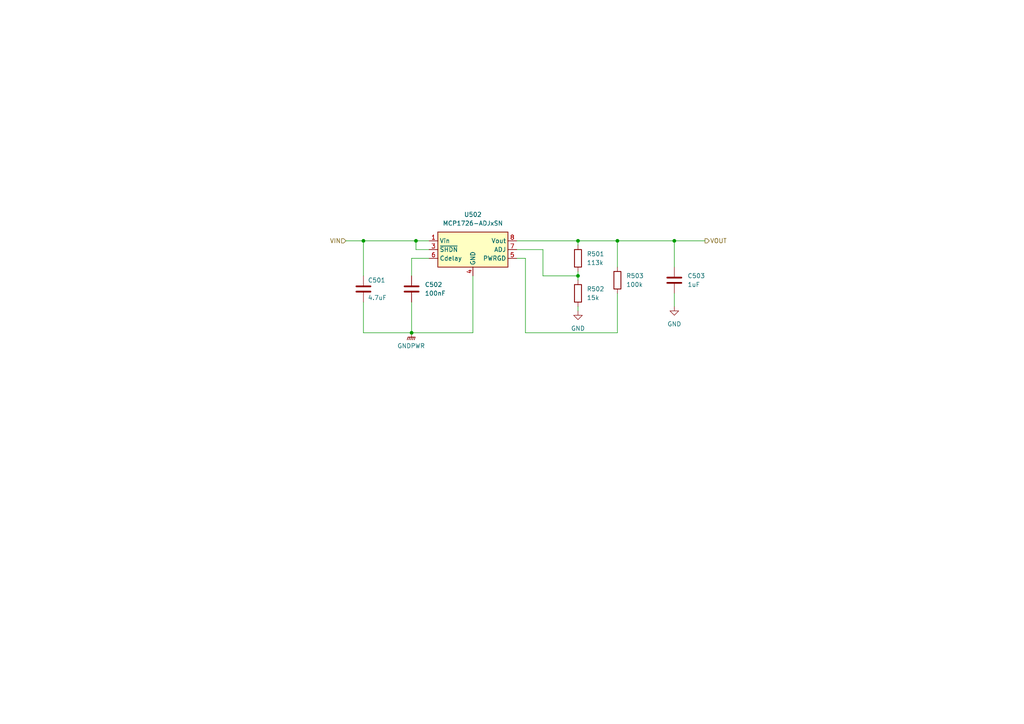
<source format=kicad_sch>
(kicad_sch (version 20230121) (generator eeschema)
  (paper "A4")
  (lib_symbols
    (symbol "Device:C" (pin_numbers hide) (pin_names (offset 0.254))
      (property "Reference" "C" (at 0.635 2.54 0))
      (property "Value" "C" (at 0.635 -2.54 0))
      (symbol "C_0_1"
        (polyline (pts (xy -2.032 -0.762) (xy 2.032 -0.762)) (stroke (width 0.508)))
        (polyline (pts (xy -2.032 0.762) (xy 2.032 0.762)) (stroke (width 0.508)))
      )
      (symbol "C_1_1"
        (pin passive line (at 0 3.81 270) (length 2.794) (name "~") (number "1"))
        (pin passive line (at 0 -3.81 90) (length 2.794) (name "~") (number "2"))
      )
    )
    (symbol "Device:R" (pin_numbers hide) (pin_names (offset 0))
      (property "Reference" "R" (at 2.032 0 90))
      (property "Value" "R" (at 0 0 90))
      (symbol "R_0_1"
        (rectangle (start -1.016 -2.54) (end 1.016 2.54) (stroke (width 0.254)))
      )
      (symbol "R_1_1"
        (pin passive line (at 0 3.81 270) (length 1.27) (name "~") (number "1"))
        (pin passive line (at 0 -3.81 90) (length 1.27) (name "~") (number "2"))
      )
    )
    (symbol "Regulator_Linear:MCP1727-ADJxSN"
      (property "Reference" "U" (at -8.89 6.35 0))
      (property "Value" "MCP1727-ADJxSN" (at 3.81 6.35 0))
      (symbol "MCP1727-ADJxSN_0_0"
        (pin open_collector line (at 12.7 -2.54 180) (length 2.54) (name "PWRGD") (number "5"))
        (pin input line (at -12.7 -2.54 0) (length 2.54) (name "Cdelay") (number "6"))
        (pin input line (at 12.7 0 180) (length 2.54) (name "ADJ") (number "7"))
        (pin power_out line (at 12.7 2.54 180) (length 2.54) (name "Vout") (number "8"))
      )
      (symbol "MCP1727-ADJxSN_0_1"
        (rectangle (start -10.16 5.08) (end 10.16 -5.08) (stroke (width 0.254)) (fill (type background)))
      )
      (symbol "MCP1727-ADJxSN_1_1"
        (pin power_in line (at -12.7 2.54 0) (length 2.54) (name "Vin") (number "1"))
        (pin passive line (at -12.7 2.54 0) (length 2.54) hide (name "Vin") (number "2"))
        (pin input line (at -12.7 0 0) (length 2.54) (name "~{SHDN}") (number "3"))
        (pin power_in line (at 0 -7.62 90) (length 2.54) (name "GND") (number "4"))
      )
    )
    (symbol "power:GND" (power) (pin_names (offset 0))
      (property "Value" "GND" (at 0 -3.81 0))
      (symbol "GND_0_1"
        (polyline (pts (xy 0 0) (xy 0 -1.27) (xy 1.27 -1.27) (xy 0 -2.54) (xy -1.27 -1.27) (xy 0 -1.27)))
      )
      (symbol "GND_1_1"
        (pin power_in line (at 0 0 270) (length 0) hide (name "GND") (number "1"))
      )
    )
    (symbol "power:GNDPWR" (power) (pin_names (offset 0))
      (property "Value" "GNDPWR" (at 0 -3.302 0))
      (symbol "GNDPWR_0_1"
        (polyline (pts (xy 0 -1.27) (xy 0 0)))
        (polyline (pts (xy -1.016 -1.27) (xy -1.27 -2.032) (xy -1.27 -2.032)) (stroke (width 0.2032)))
        (polyline (pts (xy -0.508 -1.27) (xy -0.762 -2.032) (xy -0.762 -2.032)) (stroke (width 0.2032)))
        (polyline (pts (xy 0 -1.27) (xy -0.254 -2.032) (xy -0.254 -2.032)) (stroke (width 0.2032)))
        (polyline (pts (xy 0.508 -1.27) (xy 0.254 -2.032) (xy 0.254 -2.032)) (stroke (width 0.2032)))
        (polyline (pts (xy 1.016 -1.27) (xy -1.016 -1.27) (xy -1.016 -1.27)) (stroke (width 0.2032)))
        (polyline (pts (xy 1.016 -1.27) (xy 0.762 -2.032) (xy 0.762 -2.032) (xy 0.762 -2.032)) (stroke (width 0.2032)))
      )
      (symbol "GNDPWR_1_1"
        (pin power_in line (at 0 0 270) (length 0) hide (name "GNDPWR") (number "1"))
      )
    )
  )
  (junction (at 179.07 69.85))
  (junction (at 120.65 69.85))
  (junction (at 119.38 96.52))
  (junction (at 167.64 80.01))
  (junction (at 195.58 69.85))
  (junction (at 105.41 69.85))
  (junction (at 167.64 69.85))
  (wire (pts (xy 124.46 74.93) (xy 119.38 74.93)))
  (wire (pts (xy 179.07 69.85) (xy 179.07 77.47)))
  (wire (pts (xy 124.46 72.39) (xy 120.65 72.39)))
  (wire (pts (xy 195.58 69.85) (xy 204.47 69.85)))
  (wire (pts (xy 152.4 96.52) (xy 179.07 96.52)))
  (wire (pts (xy 167.64 69.85) (xy 167.64 71.12)))
  (wire (pts (xy 179.07 69.85) (xy 195.58 69.85)))
  (wire (pts (xy 120.65 69.85) (xy 124.46 69.85)))
  (wire (pts (xy 149.86 74.93) (xy 152.4 74.93)))
  (wire (pts (xy 167.64 80.01) (xy 167.64 81.28)))
  (wire (pts (xy 195.58 69.85) (xy 195.58 77.47)))
  (wire (pts (xy 120.65 72.39) (xy 120.65 69.85)))
  (wire (pts (xy 157.48 72.39) (xy 157.48 80.01)))
  (wire (pts (xy 179.07 85.09) (xy 179.07 96.52)))
  (wire (pts (xy 119.38 74.93) (xy 119.38 80.01)))
  (wire (pts (xy 100.33 69.85) (xy 105.41 69.85)))
  (wire (pts (xy 105.41 96.52) (xy 105.41 87.63)))
  (wire (pts (xy 119.38 87.63) (xy 119.38 96.52)))
  (wire (pts (xy 157.48 80.01) (xy 167.64 80.01)))
  (wire (pts (xy 167.64 78.74) (xy 167.64 80.01)))
  (wire (pts (xy 167.64 88.9) (xy 167.64 90.17)))
  (wire (pts (xy 105.41 69.85) (xy 105.41 80.01)))
  (wire (pts (xy 149.86 69.85) (xy 167.64 69.85)))
  (wire (pts (xy 105.41 69.85) (xy 120.65 69.85)))
  (wire (pts (xy 152.4 74.93) (xy 152.4 96.52)))
  (wire (pts (xy 137.16 80.01) (xy 137.16 96.52)))
  (wire (pts (xy 119.38 96.52) (xy 105.41 96.52)))
  (wire (pts (xy 167.64 69.85) (xy 179.07 69.85)))
  (wire (pts (xy 137.16 96.52) (xy 119.38 96.52)))
  (wire (pts (xy 195.58 85.09) (xy 195.58 88.9)))
  (wire (pts (xy 149.86 72.39) (xy 157.48 72.39)))
  (hierarchical_label "VIN" (shape input) (at 100.33 69.85 180))
  (hierarchical_label "VOUT" (shape output) (at 204.47 69.85 0))
  (symbol (lib_id "power:GND") (at 195.58 88.9 0) (unit 1)
    (property "Reference" "#PWR0503" (effects hide))
    (property "Value" "GND" (at 195.58 93.98 0))
    (instances (project "power_board_V0.1" (path "" (reference "#PWR0503") (unit 1))) (project "DCU-RP2040_v0.1" (path "" (reference "#PWR0301") (unit 1))))
  )
  (symbol (lib_id "Device:C") (at 195.58 81.28 0) (unit 1)
    (property "Reference" "C503" (at 199.39 80.0099 0) (effects (justify left)))
    (property "Value" "1uF" (at 199.39 82.5499 0) (effects (justify left)))
    (property "Footprint" "Capacitor_SMD:C_0603_1608Metric" (effects hide))
    (instances (project "power_board_V0.1" (path "" (reference "C503") (unit 1))) (project "DCU-RP2040_v0.1" (path "" (reference "C302") (unit 1))))
  )
  (symbol (lib_id "Regulator_Linear:MCP1727-ADJxSN") (at 137.16 72.39 0) (unit 1)
    (property "Reference" "U502" (at 137.16 62.23 0))
    (property "Value" "MCP1726-ADJxSN" (at 137.16 64.77 0))
    (property "Footprint" "Package_SO:SOIC-8_3.9x4.9mm_P1.27mm" (effects hide))
    (property "Datasheet" "https://www.mouser.in/datasheet/2/268/jp022884-1150097.pdf" (effects hide))
  )
  (symbol (lib_id "Device:R") (at 179.07 81.28 0) (unit 1)
    (property "Reference" "R503" (at 181.61 80.01 0) (effects (justify left)))
    (property "Value" "100k" (at 181.61 82.55 0) (effects (justify left)))
  )
  (symbol (lib_id "Device:R") (at 167.64 74.93 0) (unit 1)
    (property "Reference" "R501" (at 170.18 73.66 0) (effects (justify left)))
    (property "Value" "113k" (at 170.18 76.2 0) (effects (justify left)))
  )
  (symbol (lib_id "power:GNDPWR") (at 119.38 96.52 0) (unit 1)
    (property "Reference" "#PWR0502" (effects hide))
    (property "Value" "GNDPWR" (at 119.253 100.33 0))
  )
  (symbol (lib_id "Device:C") (at 119.38 83.82 0) (unit 1)
    (property "Reference" "C502" (at 123.19 82.5499 0) (effects (justify left)))
    (property "Value" "100nF" (at 123.19 85.0899 0) (effects (justify left)))
    (property "Footprint" "Capacitor_SMD:C_0603_1608Metric" (effects hide))
    (instances (project "power_board_V0.1" (path "" (reference "C502") (unit 1))) (project "DCU-RP2040_v0.1" (path "" (reference "C302") (unit 1))))
  )
  (symbol (lib_id "Device:R") (at 167.64 85.09 0) (unit 1)
    (property "Reference" "R502" (at 170.18 83.82 0) (effects (justify left)))
    (property "Value" "15k" (at 170.18 86.36 0) (effects (justify left)))
  )
  (symbol (lib_id "power:GND") (at 167.64 90.17 0) (unit 1)
    (property "Reference" "#PWR0501" (effects hide))
    (property "Value" "GND" (at 167.64 95.25 0))
    (instances (project "power_board_V0.1" (path "" (reference "#PWR0501") (unit 1))) (project "DCU-RP2040_v0.1" (path "" (reference "#PWR0301") (unit 1))))
  )
  (symbol (lib_id "Device:C") (at 105.41 83.82 0) (unit 1)
    (property "Reference" "C501" (at 106.68 81.28 0) (effects (justify left)))
    (property "Value" "4.7uF" (at 106.68 86.36 0) (effects (justify left)))
    (property "Footprint" "Capacitor_SMD:C_0805_2012Metric" (effects hide))
    (instances (project "power_board_V0.1" (path "" (reference "C501") (unit 1))) (project "DCU-RP2040_v0.1" (path "" (reference "C301") (unit 1))))
  )
)
</source>
